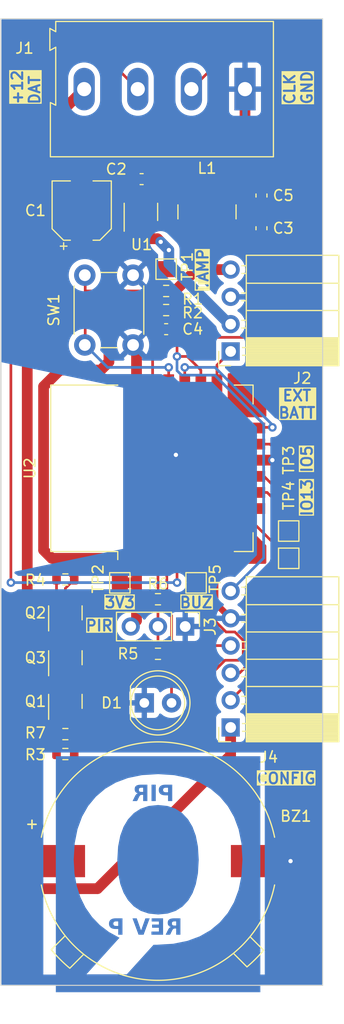
<source format=kicad_pcb>
(kicad_pcb (version 20221018) (generator pcbnew)
  (layers (0 "F.Cu" signal) (31 "B.Cu" signal) (34 "B.Paste" user) (35 "F.Paste" user) (36 "B.SilkS" user "B.Silkscreen") (37 "F.SilkS" user "F.Silkscreen") (38 "B.Mask" user) (39 "F.Mask" user) (44 "Edge.Cuts" user))
  (net 0 "")
  (net 1 "Net-(BZ1--)")
  (net 2 "GND")
  (net 3 "+12V")
  (net 4 "Net-(U1-SW)")
  (net 5 "Net-(U1-BST)")
  (net 6 "+3.3V")
  (net 7 "RST")
  (net 8 "Net-(D1-A)")
  (net 9 "TX")
  (net 10 "RX")
  (net 11 "GPIO0")
  (net 12 "PIR")
  (net 13 "I2C_C")
  (net 14 "I2C_D")
  (net 15 "VBATT")
  (net 16 "Net-(Q1-B)")
  (net 17 "Net-(Q1-C)")
  (net 18 "Net-(Q2-E)")
  (net 19 "BUZZ")
  (net 20 "TAMP")
  (net 21 "Net-(U2-GPIO5)")
  (net 22 "Net-(U2-GPIO16)")
  (net 23 "Net-(U2-GPIO13)")
  (footprint "Resistor_SMD:R_0603_1608Metric" (layer "F.Cu") (at 64.008 144.463)
    (fp_text reference "R7" (at -2.794 -1.969) (layer "F.SilkS"))
    (fp_text value "820")
    (pad "1" smd roundrect (at -0.825 0) (size 0.8 0.95) (layers "F.Cu" "F.Paste" "F.Mask") (net 18 "Net-(Q2-E)"))
    (pad "2" smd roundrect (at 0.825 0) (size 0.8 0.95) (layers "F.Cu" "F.Paste" "F.Mask") (net 1 "Net-(BZ1--)"))
  )
  (footprint "Capacitor_SMD:CP_Elec_5x5.3" (layer "F.Cu") (at 65.532 93.8585 90)
    (fp_text reference "C1" (at 0 -4.318 180) (layer "F.SilkS"))
    (fp_text value "10u 50V")
    (pad "1" smd roundrect (at -2.2 0 90) (size 3 1.6) (layers "F.Cu" "F.Paste" "F.Mask") (roundrect_rratio 0.15625) (net 3 "+12V"))
    (pad "2" smd roundrect (at 2.2 0 90) (size 3 1.6) (layers "F.Cu" "F.Paste" "F.Mask") (roundrect_rratio 0.15625) (net 2 "GND"))
  )
  (footprint "TestPoint:TestPoint_Pad_1.5x1.5mm" (layer "F.Cu") (at 84.836 123.698)
    (fp_text reference "TP3" (at 0 -6.604 90) (layer "F.SilkS"))
    (fp_text value "IO5")
    (pad "1" smd rect (at 0 0) (size 1.5 1.5) (layers "F.Cu" "F.Mask") (net 21 "Net-(U2-GPIO5)"))
  )
  (footprint "Resistor_SMD:R_0603_1608Metric" (layer "F.Cu") (at 73.406 101.346)
    (fp_text reference "R1" (at 2.477 0.762) (layer "F.SilkS"))
    (fp_text value "4k7")
    (pad "1" smd roundrect (at -0.825 0) (size 0.8 0.95) (layers "F.Cu" "F.Paste" "F.Mask") (net 20 "TAMP"))
    (pad "2" smd roundrect (at 0.825 0) (size 0.8 0.95) (layers "F.Cu" "F.Paste" "F.Mask") (net 6 "+3.3V"))
  )
  (footprint "Resistor_SMD:R_0603_1608Metric" (layer "F.Cu") (at 64.008 128.207 180)
    (fp_text reference "R4" (at 2.794 -0.063) (layer "F.SilkS"))
    (fp_text value "10k" hide)
    (pad "1" smd roundrect (at -0.825 0 180) (size 0.8 0.95) (layers "F.Cu" "F.Paste" "F.Mask") (net 3 "+12V"))
    (pad "2" smd roundrect (at 0.825 0 180) (size 0.8 0.95) (layers "F.Cu" "F.Paste" "F.Mask") (net 17 "Net-(Q1-C)"))
  )
  (footprint "Package_TO_SOT_SMD:SOT-23" (layer "F.Cu") (at 64.008 139.5585 90)
    (fp_text reference "Q1" (at 0 -2.794 180) (layer "F.SilkS"))
    (fp_text value "BC846")
    (pad "1" smd roundrect (at -0.9375 -0.95 90) (size 1.475 0.6) (layers "F.Cu" "F.Paste" "F.Mask") (net 16 "Net-(Q1-B)"))
    (pad "2" smd roundrect (at -0.9375 0.95 90) (size 1.475 0.6) (layers "F.Cu" "F.Paste" "F.Mask") (net 2 "GND"))
    (pad "3" smd roundrect (at 0.9375 0 90) (size 1.475 0.6) (layers "F.Cu" "F.Paste" "F.Mask") (net 17 "Net-(Q1-C)"))
  )
  (footprint "Capacitor_SMD:C_0603_1608Metric" (layer "F.Cu") (at 71.12 90.932)
    (fp_text reference "C2" (at -2.37 -0.932) (layer "F.SilkS"))
    (fp_text value "100n")
    (pad "1" smd roundrect (at -0.775 0) (size 0.9 0.95) (layers "F.Cu" "F.Paste" "F.Mask") (net 5 "Net-(U1-BST)"))
    (pad "2" smd roundrect (at 0.775 0) (size 0.9 0.95) (layers "F.Cu" "F.Paste" "F.Mask") (net 4 "Net-(U1-SW)"))
  )
  (footprint "Package_TO_SOT_SMD:SOT-23" (layer "F.Cu") (at 64.008 131.318 90)
    (fp_text reference "Q2" (at 0 -2.794 180) (layer "F.SilkS"))
    (fp_text value "BC846")
    (pad "1" smd roundrect (at -0.9375 -0.95 90) (size 1.475 0.6) (layers "F.Cu" "F.Paste" "F.Mask") (net 17 "Net-(Q1-C)"))
    (pad "2" smd roundrect (at -0.9375 0.95 90) (size 1.475 0.6) (layers "F.Cu" "F.Paste" "F.Mask") (net 18 "Net-(Q2-E)"))
    (pad "3" smd roundrect (at 0.9375 0 90) (size 1.475 0.6) (layers "F.Cu" "F.Paste" "F.Mask") (net 3 "+12V"))
  )
  (footprint "Resistor_SMD:R_0603_1608Metric" (layer "F.Cu") (at 72.644 135.128)
    (fp_text reference "R5" (at -2.794 0) (layer "F.SilkS"))
    (fp_text value "100R")
    (pad "1" smd roundrect (at -0.825 0) (size 0.8 0.95) (layers "F.Cu" "F.Paste" "F.Mask") (net 12 "PIR"))
    (pad "2" smd roundrect (at 0.825 0) (size 0.8 0.95) (layers "F.Cu" "F.Paste" "F.Mask") (net 8 "Net-(D1-A)"))
  )
  (footprint "Package_TO_SOT_SMD:TSOT-23-6" (layer "F.Cu") (at 71.054 93.98 90)
    (fp_text reference "U1" (at -3.048 0.066 180) (layer "F.SilkS"))
    (fp_text value "AP63203WU")
    (pad "1" smd roundrect (at -1.1375 -0.95 90) (size 1.325 0.6) (layers "F.Cu" "F.Paste" "F.Mask") (net 6 "+3.3V"))
    (pad "2" smd roundrect (at -1.1375 0 90) (size 1.325 0.6) (layers "F.Cu" "F.Paste" "F.Mask") (net 3 "+12V"))
    (pad "3" smd roundrect (at -1.1375 0.95 90) (size 1.325 0.6) (layers "F.Cu" "F.Paste" "F.Mask") (net 3 "+12V"))
    (pad "4" smd roundrect (at 1.1375 0.95 90) (size 1.325 0.6) (layers "F.Cu" "F.Paste" "F.Mask") (net 2 "GND"))
    (pad "5" smd roundrect (at 1.1375 0 90) (size 1.325 0.6) (layers "F.Cu" "F.Paste" "F.Mask") (net 4 "Net-(U1-SW)"))
    (pad "6" smd roundrect (at 1.1375 -0.95 90) (size 1.325 0.6) (layers "F.Cu" "F.Paste" "F.Mask") (net 5 "Net-(U1-BST)"))
  )
  (footprint "LPT2270AS buzzer:LPT2270AS" (layer "F.Cu") (at 72.644 154.432)
    (fp_text reference "BZ1" (at 12.856 -4.182) (layer "F.SilkS"))
    (fp_text value "Buzzer")
    (fp_text user "+" (at -11.75 -3.5) (layer "F.SilkS"))
    (pad "1" smd rect (at -9.3 0) (size 5 3) (layers "F.Cu" "F.Paste" "F.Mask") (net 1 "Net-(BZ1--)"))
    (pad "2" smd rect (at 9.3 0) (size 5 3) (layers "F.Cu" "F.Paste" "F.Mask") (net 2 "GND"))
  )
  (footprint "Resistor_SMD:R_0603_1608Metric" (layer "F.Cu") (at 73.406 103.124 180)
    (fp_text reference "R2" (at -2.477 -0.254) (layer "F.SilkS"))
    (fp_text value "10K")
    (pad "1" smd roundrect (at -0.825 0 180) (size 0.8 0.95) (layers "F.Cu" "F.Paste" "F.Mask") (net 7 "RST"))
    (pad "2" smd roundrect (at 0.825 0 180) (size 0.8 0.95) (layers "F.Cu" "F.Paste" "F.Mask") (net 6 "+3.3V"))
  )
  (footprint "Resistor_SMD:R_0603_1608Metric" (layer "F.Cu") (at 72.644 130.048)
    (fp_text reference "R6" (at 0 -1.43) (layer "F.SilkS"))
    (fp_text value "10k")
    (pad "1" smd roundrect (at -0.825 0) (size 0.8 0.95) (layers "F.Cu" "F.Paste" "F.Mask") (net 6 "+3.3V"))
    (pad "2" smd roundrect (at 0.825 0) (size 0.8 0.95) (layers "F.Cu" "F.Paste" "F.Mask") (net 11 "GPIO0"))
  )
  (footprint "TestPoint:TestPoint_Pad_1.5x1.5mm" (layer "F.Cu") (at 69.088 128.524)
    (fp_text reference "TP2" (at -2.032 -0.381 90) (layer "F.SilkS"))
    (fp_text value "3V3")
    (pad "1" smd rect (at 0 0) (size 1.5 1.5) (layers "F.Cu" "F.Mask") (net 6 "+3.3V"))
  )
  (footprint "Inductor_SMD:L_Ferrocore_DLG-0504" (layer "F.Cu") (at 77.216 93.98 -90)
    (fp_text reference "L1" (at -4.064 0 -180) (layer "F.SilkS"))
    (fp_text value "4u7")
    (pad "1" smd rect (at -1.925 0 270) (size 2.15 5.5) (layers "F.Cu" "F.Paste" "F.Mask") (net 4 "Net-(U1-SW)"))
    (pad "2" smd rect (at 1.925 0 270) (size 2.15 5.5) (layers "F.Cu" "F.Paste" "F.Mask") (net 6 "+3.3V"))
  )
  (footprint "TerminalBlock:TerminalBlock_Altech_AK300-4_P5.00mm" (layer "F.Cu") (at 80.76 82.55 180)
    (fp_text reference "J1" (at 20.562 3.81 180) (layer "F.SilkS"))
    (fp_text value "BUS")
    (pad "1" thru_hole rect (at 0 0 180) (size 1.98 3.96) (drill 1.32) (layers "*.Cu" "*.Mask") (net 2 "GND"))
    (pad "2" thru_hole oval (at 5 0 180) (size 1.98 3.96) (drill 1.32) (layers "*.Cu" "*.Mask") (net 13 "I2C_C"))
    (pad "3" thru_hole oval (at 10 0 180) (size 1.98 3.96) (drill 1.32) (layers "*.Cu" "*.Mask") (net 14 "I2C_D"))
    (pad "4" thru_hole oval (at 15 0 180) (size 1.98 3.96) (drill 1.32) (layers "*.Cu" "*.Mask") (net 3 "+12V"))
  )
  (footprint "LED_THT:LED_D5.0mm" (layer "F.Cu") (at 71.369 139.7)
    (fp_text reference "D1" (at -3.043 0 180) (layer "F.SilkS"))
    (fp_text value "LED - R")
    (pad "1" thru_hole rect (at 0 0) (size 1.8 1.8) (drill 0.9) (layers "*.Cu" "*.Mask") (net 2 "GND"))
    (pad "2" thru_hole circle (at 2.54 0) (size 1.8 1.8) (drill 0.9) (layers "*.Cu" "*.Mask") (net 8 "Net-(D1-A)"))
  )
  (footprint "Connector_PinSocket_2.54mm:PinSocket_1x06_P2.54mm_Horizontal" (layer "F.Cu") (at 79.42 141.986 180)
    (fp_text reference "J4" (at -3.556 -2.77) (layer "F.SilkS"))
    (fp_text value "FLASH/CONF")
    (pad "1" thru_hole rect (at 0 0 180) (size 1.7 1.7) (drill 1) (layers "*.Cu" "*.Mask") (net 3 "+12V"))
    (pad "2" thru_hole oval (at 0 2.54 180) (size 1.7 1.7) (drill 1) (layers "*.Cu" "*.Mask") (net 9 "TX"))
    (pad "3" thru_hole oval (at 0 5.08 180) (size 1.7 1.7) (drill 1) (layers "*.Cu" "*.Mask") (net 10 "RX"))
    (pad "4" thru_hole oval (at 0 7.62 180) (size 1.7 1.7) (drill 1) (layers "*.Cu" "*.Mask") (net 11 "GPIO0"))
    (pad "5" thru_hole oval (at 0 10.16 180) (size 1.7 1.7) (drill 1) (layers "*.Cu" "*.Mask") (net 2 "GND"))
    (pad "6" thru_hole oval (at 0 12.7 180) (size 1.7 1.7) (drill 1) (layers "*.Cu" "*.Mask") (net 7 "RST"))
  )
  (footprint "Resistor_SMD:R_0603_1608Metric" (layer "F.Cu") (at 64.008 142.6065 180)
    (fp_text reference "R3" (at 2.794 -1.9195) (layer "F.SilkS"))
    (fp_text value "10k")
    (pad "1" smd roundrect (at -0.825 0 180) (size 0.8 0.95) (layers "F.Cu" "F.Paste" "F.Mask") (net 19 "BUZZ"))
    (pad "2" smd roundrect (at 0.825 0 180) (size 0.8 0.95) (layers "F.Cu" "F.Paste" "F.Mask") (net 16 "Net-(Q1-B)"))
  )
  (footprint "Capacitor_SMD:C_0603_1608Metric" (layer "F.Cu") (at 82.296 95.504 -90)
    (fp_text reference "C3" (at 0 -2.032 -180) (layer "F.SilkS"))
    (fp_text value "22u")
    (pad "1" smd roundrect (at -0.775 0 270) (size 0.9 0.95) (layers "F.Cu" "F.Paste" "F.Mask") (net 6 "+3.3V"))
    (pad "2" smd roundrect (at 0.775 0 270) (size 0.9 0.95) (layers "F.Cu" "F.Paste" "F.Mask") (net 2 "GND"))
  )
  (footprint "Connector_PinHeader_2.54mm:PinHeader_1x03_P2.54mm_Vertical" (layer "F.Cu") (at 75.184 132.588 -90)
    (fp_text reference "J3" (at 0 -2.33 90) (layer "F.SilkS"))
    (fp_text value "PIR")
    (pad "1" thru_hole rect (at 0 0 270) (size 1.7 1.7) (drill 1) (layers "*.Cu" "*.Mask") (net 2 "GND"))
    (pad "2" thru_hole oval (at 0 2.54 270) (size 1.7 1.7) (drill 1) (layers "*.Cu" "*.Mask") (net 12 "PIR"))
    (pad "3" thru_hole oval (at 0 5.08 270) (size 1.7 1.7) (drill 1) (layers "*.Cu" "*.Mask") (net 6 "+3.3V"))
  )
  (footprint "Button_Switch_THT:SW_PUSH_6mm" (layer "F.Cu") (at 65.822 106.374 90)
    (fp_text reference "SW1" (at 3.25 -2.893 90) (layer "F.SilkS"))
    (fp_text value "tamper switch")
    (pad "1" thru_hole circle (at 0 0 180) (size 2 2) (drill 1.1) (layers "*.Cu" "*.Mask") (net 20 "TAMP"))
    (pad "1" thru_hole circle (at 6.5 0 180) (size 2 2) (drill 1.1) (layers "*.Cu" "*.Mask") (net 20 "TAMP"))
    (pad "2" thru_hole circle (at 0 4.5 180) (size 2 2) (drill 1.1) (layers "*.Cu" "*.Mask") (net 2 "GND"))
    (pad "2" thru_hole circle (at 6.5 4.5 180) (size 2 2) (drill 1.1) (layers "*.Cu" "*.Mask") (net 2 "GND"))
  )
  (footprint "Connector_PinSocket_2.54mm:PinSocket_1x04_P2.54mm_Horizontal" (layer "F.Cu") (at 79.42 106.974 180)
    (fp_text reference "J2" (at -6.686 -2.5 180) (layer "F.SilkS"))
    (fp_text value "BATT_EXT")
    (pad "1" thru_hole rect (at 0 0 180) (size 1.7 1.7) (drill 1) (layers "*.Cu" "*.Mask") (net 15 "VBATT"))
    (pad "2" thru_hole oval (at 0 2.54 180) (size 1.7 1.7) (drill 1) (layers "*.Cu" "*.Mask") (net 3 "+12V"))
    (pad "3" thru_hole oval (at 0 5.08 180) (size 1.7 1.7) (drill 1) (layers "*.Cu" "*.Mask") (net 2 "GND"))
    (pad "4" thru_hole oval (at 0 7.62 180) (size 1.7 1.7) (drill 1) (layers "*.Cu" "*.Mask") (net 6 "+3.3V"))
  )
  (footprint "Capacitor_SMD:C_0603_1608Metric" (layer "F.Cu") (at 82.296 92.456 90)
    (fp_text reference "C5" (at 0 2.032 180) (layer "F.SilkS"))
    (fp_text value "22u")
    (pad "1" smd roundrect (at -0.775 0 90) (size 0.9 0.95) (layers "F.Cu" "F.Paste" "F.Mask") (net 6 "+3.3V"))
    (pad "2" smd roundrect (at 0.775 0 90) (size 0.9 0.95) (layers "F.Cu" "F.Paste" "F.Mask") (net 2 "GND"))
  )
  (footprint "TestPoint:TestPoint_Pad_1.5x1.5mm" (layer "F.Cu") (at 76.2 128.524)
    (fp_text reference "TP5" (at 1.778 -0.381 90) (layer "F.SilkS"))
    (fp_text value "buzzer test")
    (pad "1" smd rect (at 0 0) (size 1.5 1.5) (layers "F.Cu" "F.Mask") (net 19 "BUZZ"))
  )
  (footprint "WT8266:WT8266-S1" (layer "F.Cu") (at 69.894 117.856 90)
    (fp_text reference "U2" (at 0 -9.188 90 unlocked) (layer "F.SilkS"))
    (fp_text value "WT8266-S1")
    (pad "1" smd rect locked (at -7.5 0.75 90) (size 2.5 1) (layers "F.Cu" "F.Paste" "F.Mask") (net 6 "+3.3V"))
    (pad "2" smd rect locked (at -7.5 2.25 90) (size 2.5 1) (layers "F.Cu" "F.Paste" "F.Mask") (net 12 "PIR"))
    (pad "3" smd rect locked (at -7.5 3.75 90) (size 2.5 1) (layers "F.Cu" "F.Paste" "F.Mask") (net 11 "GPIO0"))
    (pad "4" smd rect locked (at -7.5 5.25 90) (size 2.5 1) (layers "F.Cu" "F.Paste" "F.Mask") (net 14 "I2C_D"))
    (pad "5" smd rect locked (at -7.5 6.75 90) (size 2.5 1) (layers "F.Cu" "F.Paste" "F.Mask") (net 19 "BUZZ"))
    (pad "6" smd rect locked (at -7.5 8.25 90) (size 2.5 1) (layers "F.Cu" "F.Paste" "F.Mask") (net 2 "GND"))
    (pad "7" smd rect locked (at -3.75 11.5 90) (size 1 2.5) (layers "F.Cu" "F.Paste" "F.Mask") (net 23 "Net-(U2-GPIO13)"))
    (pad "8" smd rect locked (at -2.25 11.5 90) (size 1 2.5) (layers "F.Cu" "F.Paste" "F.Mask") (net 21 "Net-(U2-GPIO5)"))
    (pad "9" smd rect locked (at -0.75 11.5 90) (size 1 2.5) (layers "F.Cu" "F.Paste" "F.Mask") (net 10 "RX"))
    (pad "10" smd rect locked (at 0.75 11.5 90) (size 1 2.5) (layers "F.Cu" "F.Paste" "F.Mask") (net 2 "GND"))
    (pad "11" smd rect locked (at 2.25 11.5 90) (size 1 2.5) (layers "F.Cu" "F.Paste" "F.Mask") (net 9 "TX"))
    (pad "12" smd rect locked (at 3.75 11.5 90) (size 1 2.5) (layers "F.Cu" "F.Paste" "F.Mask") (net 22 "Net-(U2-GPIO16)"))
    (pad "13" smd rect locked (at 7.5 8.25 90) (size 2.5 1) (layers "F.Cu" "F.Paste" "F.Mask") (net 15 "VBATT"))
    (pad "14" smd rect locked (at 7.5 6.75 90) (size 2.5 1) (layers "F.Cu" "F.Paste" "F.Mask") (net 7 "RST"))
    (pad "15" smd rect locked (at 7.5 5.25 90) (size 2.5 1) (layers "F.Cu" "F.Paste" "F.Mask") (net 22 "Net-(U2-GPIO16)"))
    (pad "16" smd rect locked (at 7.5 3.75 90) (size 2.5 1) (layers "F.Cu" "F.Paste" "F.Mask") (net 20 "TAMP"))
    (pad "17" smd rect locked (at 7.5 2.25 90) (size 2.5 1) (layers "F.Cu" "F.Paste" "F.Mask") (net 13 "I2C_C"))
    (pad "18" smd rect locked (at 7.5 0.75 90) (size 2.5 1) (layers "F.Cu" "F.Paste" "F.Mask") (net 2 "GND"))
    (pad "19" smd rect locked (at 1.25 4.42 90) (size 3.5 3.5) (layers "F.Cu" "F.Paste" "F.Mask") (net 2 "GND"))
    (zone (net 0) (net_name "") (layers "*.Cu") (connect_pads (clearance 0)) (min_thickness 0.254)
      (keepout (tracks not_allowed) (vias not_allowed) (pads not_allowed) (copperpour not_allowed) (footprints not_allowed))
      (fill (thermal_gap 0.508) (thermal_bridge_width 0.508))
      (polygon (pts (xy 69.394 125.356) (xy 69.394 110.356) (xy 62.794 110.356) (xy 62.794 125.356)))
    )
  )
  (footprint "Package_TO_SOT_SMD:SOT-23" (layer "F.Cu") (at 64.008 135.4945 90)
    (fp_text reference "Q3" (at 0 -2.794 180) (layer "F.SilkS"))
    (fp_text value "BC857")
    (pad "1" smd roundrect (at -0.9375 -0.95 90) (size 1.475 0.6) (layers "F.Cu" "F.Paste" "F.Mask") (net 17 "Net-(Q1-C)"))
    (pad "2" smd roundrect (at -0.9375 0.95 90) (size 1.475 0.6) (layers "F.Cu" "F.Paste" "F.Mask") (net 18 "Net-(Q2-E)"))
    (pad "3" smd roundrect (at 0.9375 0 90) (size 1.475 0.6) (layers "F.Cu" "F.Paste" "F.Mask") (net 2 "GND"))
  )
  (footprint "TestPoint:TestPoint_Pad_1.5x1.5mm" (layer "F.Cu") (at 73.406 99.314)
    (fp_text reference "TP1" (at 1.969 -0.254 90) (layer "F.SilkS"))
    (fp_text value "tamper test")
    (pad "1" smd rect (at 0 0) (size 1.5 1.5) (layers "F.Cu" "F.Mask") (net 20 "TAMP"))
  )
  (footprint "TestPoint:TestPoint_Pad_1.5x1.5mm" (layer "F.Cu") (at 84.836 126.238)
    (fp_text reference "TP4" (at 0 -5.842 90) (layer "F.SilkS"))
    (fp_text value "IO12")
    (pad "1" smd rect (at 0 0) (size 1.5 1.5) (layers "F.Cu" "F.Mask") (net 23 "Net-(U2-GPIO13)"))
  )
  (footprint "Capacitor_SMD:C_0603_1608Metric" (layer "F.Cu") (at 73.406 104.902 180)
    (fp_text reference "C4" (at -2.477 0) (layer "F.SilkS"))
    (fp_text value "100n")
    (pad "1" smd roundrect (at -0.775 0 180) (size 0.9 0.95) (layers "F.Cu" "F.Paste" "F.Mask") (net 7 "RST"))
    (pad "2" smd roundrect (at 0.775 0 180) (size 0.9 0.95) (layers "F.Cu" "F.Paste" "F.Mask") (net 2 "GND"))
  )
  (gr_rect (start 58 76) (end 88 166) (stroke (width 0.1)) (fill none) (layer "Edge.Cuts"))
  (gr_text "REV P" (at 74.93 161.544) (layer "B.Cu") (effects (font (size 1.5 1.5) (thickness 0.3) bold) (justify left bottom mirror)))
  (gr_text "PIR" (at 74.168 149.098) (layer "B.Cu") (effects (font (size 1.5 1.5) (thickness 0.3) bold) (justify left bottom mirror)))
  (gr_text "Q" (at 72.644 155.702) (layer "B.Cu" knockout) (effects (font (size 15 15) (thickness 2) bold) (justify mirror)))
  (gr_text "IO13" (at 87.122 122.428 90) (layer "F.SilkS" knockout) (effects (font (size 1 1) (thickness 0.2) bold) (justify left bottom)))
  (gr_text "PIR" (at 65.786 133.096) (layer "F.SilkS" knockout) (effects (font (size 1 1) (thickness 0.2) bold) (justify left bottom)))
  (gr_text "TAMP" (at 77.407 101.346 90) (layer "F.SilkS" knockout) (effects (font (size 1 1) (thickness 0.2) bold) (justify left bottom)))
  (gr_text "IO5" (at 87.122 118.364 90) (layer "F.SilkS" knockout) (effects (font (size 1 1) (thickness 0.2) bold) (justify left bottom)))
  (gr_text "CONFIG" (at 81.75 147.32) (layer "F.SilkS" knockout) (effects (font (size 1 1) (thickness 0.2) bold) (justify left bottom)))
  (gr_text "EXT\nBATT" (at 85.598 113.284) (layer "F.SilkS" knockout) (effects (font (size 1 1) (thickness 0.2) bold) (justify bottom)))
  (gr_text "3V3" (at 69.088 130.937) (layer "F.SilkS" knockout) (effects (font (size 1 1) (thickness 0.2) bold) (justify bottom)))
  (gr_text "BUZ" (at 76.2 130.937) (layer "F.SilkS" knockout) (effects (font (size 1 1) (thickness 0.2) bold) (justify bottom)))
  (gr_text "CLK\nGND" (at 87.122 84.074 90) (layer "F.SilkS" knockout) (effects (font (size 1 1) (thickness 0.2) bold) (justify left bottom)))
  (gr_text "+12\nDAT" (at 61.722 84.074 90) (layer "F.SilkS" knockout) (effects (font (size 1 1) (thickness 0.2) bold) (justify left bottom)))
  (segment (start 63.344 145.952) (end 63.344 154.94) (width 0.25) (layer "F.Cu") (net 1))
  (segment (start 64.833 144.463) (end 63.344 145.952) (width 0.25) (layer "F.Cu") (net 1))
  (segment (start 77.978 130.384) (end 79.42 131.826) (width 0.6) (layer "F.Cu") (net 2))
  (segment (start 83.812148 92.964) (end 82.529148 91.681) (width 1) (layer "F.Cu") (net 2))
  (segment (start 83.82 92.964) (end 83.812148 92.964) (width 1) (layer "F.Cu") (net 2))
  (segment (start 64.958 138.126393) (end 64.008 137.176393) (width 0.25) (layer "F.Cu") (net 2))
  (segment (start 64.740249 131.064) (end 64.008 131.796249) (width 0.25) (layer "F.Cu") (net 2))
  (segment (start 66.04 136.652) (end 69.088 139.7) (width 0.25) (layer "F.Cu") (net 2))
  (segment (start 73.0305 92.8425) (end 72.054 92.8425) (width 1) (layer "F.Cu") (net 2))
  (segment (start 66.04 131.892893) (end 66.04 136.652) (width 0.25) (layer "F.Cu") (net 2))
  (segment (start 67.564 88.392) (end 65.532 90.424) (width 1) (layer "F.Cu") (net 2))
  (segment (start 78.144 128.104) (end 78.144 125.356) (width 0.6) (layer "F.Cu") (net 2))
  (segment (start 69.088 139.7) (end 71.369 139.7) (width 0.25) (layer "F.Cu") (net 2))
  (segment (start 65.532 90.424) (end 65.532 91.6585) (width 1) (layer "F.Cu") (net 2))
  (segment (start 82.062852 91.681) (end 80.956 92.787852) (width 1) (layer "F.Cu") (net 2))
  (segment (start 82.296 91.681) (end 82.062852 91.681) (width 1) (layer "F.Cu") (net 2))
  (segment (start 70.322 106.374) (end 70.644 106.696) (width 1) (layer "F.Cu") (net 2))
  (segment (start 72.631 104.902) (end 71.794 104.902) (width 0.25) (layer "F.Cu") (net 2))
  (segment (start 70.644 106.696) (end 70.644 110.356) (width 1) (layer "F.Cu") (net 2))
  (segment (start 65.211107 131.064) (end 66.04 131.892893) (width 0.25) (layer "F.Cu") (net 2))
  (segment (start 64.008 137.176393) (end 64.008 134.557) (width 0.25) (layer "F.Cu") (net 2))
  (segment (start 80.76 88.38) (end 82.296 89.916) (width 1) (layer "F.Cu") (net 2))
  (segment (start 80.76 82.55) (end 80.76 88.38) (width 1) (layer "F.Cu") (net 2))
  (segment (start 80.496 94) (end 74.188 94) (width 1) (layer "F.Cu") (net 2))
  (segment (start 71.794 104.902) (end 70.322 106.374) (width 0.25) (layer "F.Cu") (net 2))
  (segment (start 80.956 93.54) (end 80.496 94) (width 1) (layer "F.Cu") (net 2))
  (segment (start 80.76 88.38) (end 80.748 88.392) (width 1) (layer "F.Cu") (net 2))
  (segment (start 85.0065 154.432) (end 81.944 154.432) (width 0.25) (layer "F.Cu") (net 2))
  (segment (start 78.232 125.444) (end 78.144 125.356) (width 0.25) (layer "F.Cu") (net 2))
  (segment (start 82.296 96.279) (end 82.529148 96.279) (width 1) (layer "F.Cu") (net 2))
  (segment (start 77.978 128.27) (end 78.144 128.104) (width 0.6) (layer "F.Cu") (net 2))
  (segment (start 64.740249 131.064) (end 65.211107 131.064) (width 0.25) (layer "F.Cu") (net 2))
  (segment (start 77.978 128.27) (end 77.978 130.384) (width 0.6) (layer "F.Cu") (net 2))
  (segment (start 83.312 117.094) (end 81.406 117.094) (width 1) (layer "F.Cu") (net 2))
  (segment (start 82.296 89.916) (end 82.296 91.681) (width 1) (layer "F.Cu") (net 2))
  (segment (start 64.008 131.796249) (end 64.008 134.557) (width 0.25) (layer "F.Cu") (net 2))
  (segment (start 82.529148 96.279) (end 83.82 94.988148) (width 1) (layer "F.Cu") (net 2))
  (segment (start 80.956 92.787852) (end 80.956 93.54) (width 1) (layer "F.Cu") (net 2))
  (segment (start 80.748 88.392) (end 67.564 88.392) (width 1) (layer "F.Cu") (net 2))
  (segment (start 82.529148 91.681) (end 82.296 91.681) (width 1) (layer "F.Cu") (net 2))
  (segment (start 74.188 94) (end 73.0305 92.8425) (width 1) (layer "F.Cu") (net 2))
  (segment (start 83.82 94.988148) (end 83.82 92.964) (width 1) (layer "F.Cu") (net 2))
  (segment (start 64.958 140.496) (end 64.958 138.126393) (width 0.25) (layer "F.Cu") (net 2))
  (via (at 83.312 117.094) (size 0.8) (drill 0.4) (layers "F.Cu" "B.Cu") (net 2))
  (via (at 74.314 116.606) (size 0.8) (drill 0.4) (layers "F.Cu" "B.Cu") (net 2))
  (via (at 85.0065 154.432) (size 0.8) (drill 0.4) (layers "F.Cu" "B.Cu") (net 2))
  (segment (start 72.136 96.48) (end 71.12 96.48) (width 1) (layer "F.Cu") (net 3))
  (segment (start 65.76 82.55) (end 60.452 87.858) (width 1) (layer "F.Cu") (net 3))
  (segment (start 64.833 128.207) (end 64.008 127.382) (width 0.25) (layer "F.Cu") (net 3))
  (segment (start 65.4855 96.012) (end 60.452 96.012) (width 1) (layer "F.Cu") (net 3))
  (segment (start 64.008 127.382) (end 60.834 127.382) (width 0.25) (layer "F.Cu") (net 3))
  (segment (start 79.42 141.986) (end 79.42 144.58) (width 1) (layer "F.Cu") (net 3))
  (segment (start 72.604 96.48) (end 73.66 97.536) (width 1) (layer "F.Cu") (net 3))
  (segment (start 60.452 127) (end 60.452 92.964) (width 1) (layer "F.Cu") (net 3))
  (segment (start 67 157) (end 60 157) (width 1) (layer "F.Cu") (net 3))
  (segment (start 65.9535 96.48) (end 65.5785 96.105) (width 1) (layer "F.Cu") (net 3))
  (segment (start 60 157) (end 59.436 156.436) (width 1) (layer "F.Cu") (net 3))
  (segment (start 59.436 156.436) (end 59.436 132.334) (width 1) (layer "F.Cu") (net 3))
  (segment (start 59.436 132.334) (end 60.452 131.318) (width 1) (layer "F.Cu") (net 3))
  (segment (start 72.136 96.48) (end 72.004 96.348) (width 0.3) (layer "F.Cu") (net 3))
  (segment (start 71.12 96.48) (end 65.9535 96.48) (width 1) (layer "F.Cu") (net 3))
  (segment (start 79.42 144.58) (end 67 157) (width 1) (layer "F.Cu") (net 3))
  (segment (start 64.008 129.032) (end 64.833 128.207) (width 0.25) (layer "F.Cu") (net 3))
  (segment (start 60.452 131.318) (end 60.452 127) (width 1) (layer "F.Cu") (net 3))
  (segment (start 71.12 96.48) (end 71.054 96.414) (width 0.3) (layer "F.Cu") (net 3))
  (segment (start 71.054 96.414) (end 71.054 95.1175) (width 0.6) (layer "F.Cu") (net 3))
  (segment (start 71.054 95.1175) (end 72.004 95.1175) (width 0.6) (layer "F.Cu") (net 3))
  (segment (start 72.004 96.348) (end 72.004 95.1175) (width 0.6) (layer "F.Cu") (net 3))
  (segment (start 64.008 130.3805) (end 64.008 129.032) (width 0.25) (layer "F.Cu") (net 3))
  (segment (start 60.452 87.858) (end 60.452 96.012) (width 1) (layer "F.Cu") (net 3))
  (segment (start 60.834 127.382) (end 60.452 127) (width 0.3) (layer "F.Cu") (net 3))
  (segment (start 72.136 96.48) (end 72.604 96.48) (width 1) (layer "F.Cu") (net 3))
  (via (at 72.898 96.774) (size 0.8) (drill 0.4) (layers "F.Cu" "B.Cu") (net 3))
  (via (at 73.66 97.536) (size 0.8) (drill 0.4) (layers "F.Cu" "B.Cu") (net 3))
  (segment (start 79.288 104.434) (end 79.42 104.434) (width 1) (layer "B.Cu") (net 3))
  (segment (start 73.66 97.536) (end 73.66 98.806) (width 1) (layer "B.Cu") (net 3))
  (segment (start 73.66 97.536) (end 72.898 96.774) (width 1) (layer "B.Cu") (net 3))
  (segment (start 73.66 98.806) (end 79.288 104.434) (width 1) (layer "B.Cu") (net 3))
  (segment (start 74.275 92.055) (end 73.152 90.932) (width 1) (layer "F.Cu") (net 4))
  (segment (start 71.054 91.773) (end 71.054 92.721) (width 0.6) (layer "F.Cu") (net 4))
  (segment (start 77.216 92.055) (end 74.275 92.055) (width 1) (layer "F.Cu") (net 4))
  (segment (start 73.152 90.932) (end 71.895 90.932) (width 1) (layer "F.Cu") (net 4))
  (segment (start 71.895 90.932) (end 71.054 91.773) (width 0.6) (layer "F.Cu") (net 4))
  (segment (start 70.104 91.173) (end 70.345 90.932) (width 0.3) (layer "F.Cu") (net 5))
  (segment (start 70.104 92.8425) (end 70.104 91.173) (width 0.3) (layer "F.Cu") (net 5))
  (segment (start 70.104 94.556472) (end 70.655472 94.005) (width 0.5) (layer "F.Cu") (net 6))
  (segment (start 72.555999 103.124) (end 69.342 103.124) (width 1) (layer "F.Cu") (net 6))
  (segment (start 77.216 99.354) (end 79.42 99.354) (width 1) (layer "F.Cu") (net 6))
  (segment (start 70.644 125.356) (end 70.644 129.032) (width 1) (layer "F.Cu") (net 6))
  (segment (start 70.644 130) (end 70.644 132.048) (width 1) (layer "F.Cu") (net 6))
  (segment (start 69.088 128.524) (end 70.644 128.524) (width 1) (layer "F.Cu") (net 6))
  (segment (start 71.771 130) (end 70.644 130) (width 0.3) (layer "F.Cu") (net 6))
  (segment (start 63.5 108.712) (end 61.976 110.236) (width 1) (layer "F.Cu") (net 6))
  (segment (start 82.296 94.729) (end 82.296 93.231) (width 1) (layer "F.Cu") (net 6))
  (segment (start 76.223 99.354) (end 77.216 99.354) (width 1) (layer "F.Cu") (net 6))
  (segment (start 69.342 103.124) (end 68.072 104.394) (width 1) (layer "F.Cu") (net 6))
  (segment (start 80.288056 95.905) (end 77.216 95.905) (width 1) (layer "F.Cu") (net 6))
  (segment (start 61.976 110.236) (end 61.976 125.476) (width 1) (layer "F.Cu") (net 6))
  (segment (start 72.530104 94.005) (end 74.430104 95.905) (width 0.5) (layer "F.Cu") (net 6))
  (segment (start 74.231 101.346) (end 76.223 99.354) (width 1) (layer "F.Cu") (net 6))
  (segment (start 73.914 101.346) (end 72.581 102.679) (width 0.4) (layer "F.Cu") (net 6))
  (segment (start 70.644 129.032) (end 70.644 130) (width 1) (layer "F.Cu") (net 6))
  (segment (start 68.072 104.394) (end 68.072 107.95) (width 1) (layer "F.Cu") (net 6))
  (segment (start 77.216 95.905) (end 77.216 99.354) (width 1) (layer "F.Cu") (net 6))
  (segment (start 81.464056 94.729) (end 80.288056 95.905) (width 1) (layer "F.Cu") (net 6))
  (segment (start 74.430104 95.905) (end 77.216 95.905) (width 0.5) (layer "F.Cu") (net 6))
  (segment (start 82.296 94.729) (end 81.464056 94.729) (width 1) (layer "F.Cu") (net 6))
  (segment (start 68.072 107.95) (end 67.31 108.712) (width 1) (layer "F.Cu") (net 6))
  (segment (start 70.644 132.048) (end 70.104 132.588) (width 1) (layer "F.Cu") (net 6))
  (segment (start 62.738 126.238) (end 70.136 126.238) (width 1) (layer "F.Cu") (net 6))
  (segment (start 72.581 102.679) (end 72.581 103.068077) (width 0.4) (layer "F.Cu") (net 6))
  (segment (start 70.104 95.1175) (end 70.104 94.556472) (width 0.5) (layer "F.Cu") (net 6))
  (segment (start 61.976 125.476) (end 62.738 126.238) (width 1) (layer "F.Cu") (net 6))
  (segment (start 70.655472 94.005) (end 72.530104 94.005) (width 0.5) (layer "F.Cu") (net 6))
  (segment (start 71.819 130.048) (end 71.771 130) (width 0.3) (layer "F.Cu") (net 6))
  (segment (start 63.5 108.712) (end 67.31 108.712) (width 1) (layer "F.Cu") (net 6))
  (segment (start 74.231 103.378) (end 74.231 104.852) (width 0.25) (layer "F.Cu") (net 7))
  (segment (start 74.419 107.442) (end 75.374 107.442) (width 0.25) (layer "F.Cu") (net 7))
  (segment (start 75.374 107.442) (end 76.644 108.712) (width 0.25) (layer "F.Cu") (net 7))
  (segment (start 74.422 107.439) (end 74.422 105.143) (width 0.25) (layer "F.Cu") (net 7))
  (segment (start 74.419 107.442) (end 74.422 107.439) (width 0.25) (layer "F.Cu") (net 7))
  (segment (start 76.644 108.712) (end 76.644 110.356) (width 0.25) (layer "F.Cu") (net 7))
  (segment (start 74.422 105.143) (end 74.181 104.902) (width 0.25) (layer "F.Cu") (net 7))
  (via (at 74.419 107.442) (size 0.8) (drill 0.4) (layers "F.Cu" "B.Cu") (net 7))
  (segment (start 77.933 109.183) (end 82.5 113.75) (width 0.25) (layer "B.Cu") (net 7))
  (segment (start 82.5 126.206) (end 79.42 129.286) (width 0.25) (layer "B.Cu") (net 7))
  (segment (start 74.419 108.758305) (end 74.843695 109.183) (width 0.25) (layer "B.Cu") (net 7))
  (segment (start 82.5 113.75) (end 82.5 126.206) (width 0.25) (layer "B.Cu") (net 7))
  (segment (start 74.843695 109.183) (end 77.933 109.183) (width 0.25) (layer "B.Cu") (net 7))
  (segment (start 74.419 107.442) (end 74.419 108.758305) (width 0.25) (layer "B.Cu") (net 7))
  (segment (start 73.909 139.7) (end 73.909 135.568) (width 0.25) (layer "F.Cu") (net 8))
  (segment (start 73.909 135.568) (end 73.469 135.128) (width 0.25) (layer "F.Cu") (net 8))
  (segment (start 79.42 139.446) (end 87.376 131.49) (width 0.25) (layer "F.Cu") (net 9))
  (segment (start 81.394 115.606) (end 83.094 115.606) (width 0.25) (layer "F.Cu") (net 9))
  (segment (start 87.376 131.49) (end 87.376 131.064) (width 0.25) (layer "F.Cu") (net 9))
  (segment (start 83.094 115.606) (end 87.376 119.888) (width 0.25) (layer "F.Cu") (net 9))
  (segment (start 87.376 119.888) (end 87.376 131.064) (width 0.25) (layer "F.Cu") (net 9))
  (segment (start 79.42 136.906) (end 80.264 136.906) (width 0.25) (layer "F.Cu") (net 10))
  (segment (start 80.264 136.906) (end 86.614 130.556) (width 0.25) (layer "F.Cu") (net 10))
  (segment (start 82.538 118.606) (end 81.394 118.606) (width 0.25) (layer "F.Cu") (net 10))
  (segment (start 86.614 130.556) (end 86.614 122.682) (width 0.25) (layer "F.Cu") (net 10))
  (segment (start 86.614 122.682) (end 82.538 118.606) (width 0.25) (layer "F.Cu") (net 10))
  (segment (start 73.914 133.858) (end 73.914 131.572) (width 0.25) (layer "F.Cu") (net 11))
  (segment (start 79.42 134.366) (end 74.422 134.366) (width 0.25) (layer "F.Cu") (net 11))
  (segment (start 73.469 125.531) (end 73.644 125.356) (width 0.25) (layer "F.Cu") (net 11))
  (segment (start 74.422 134.366) (end 73.914 133.858) (width 0.25) (layer "F.Cu") (net 11))
  (segment (start 73.469 130) (end 73.469 125.531) (width 0.25) (layer "F.Cu") (net 11))
  (segment (start 73.914 131.572) (end 73.469 131.127) (width 0.25) (layer "F.Cu") (net 11))
  (segment (start 73.469 131.127) (end 73.469 130) (width 0.25) (layer "F.Cu") (net 11))
  (segment (start 71.882 135.128) (end 72.644 134.366) (width 0.25) (layer "F.Cu") (net 12))
  (segment (start 72.644 127.644) (end 72.644 132.588) (width 0.25) (layer "F.Cu") (net 12))
  (segment (start 72.144 125.356) (end 72.144 127.144) (width 0.25) (layer "F.Cu") (net 12))
  (segment (start 72.144 127.144) (end 72.644 127.644) (width 0.25) (layer "F.Cu") (net 12))
  (segment (start 72.644 134.366) (end 72.644 132.588) (width 0.25) (layer "F.Cu") (net 12))
  (segment (start 84.836 82.55) (end 81.744 79.458) (width 0.25) (layer "F.Cu") (net 13))
  (segment (start 72.144 110.356) (end 72.144 106.641817) (width 0.25) (layer "F.Cu") (net 13))
  (segment (start 73.813538 102.324) (end 74.648462 102.324) (width 0.25) (layer "F.Cu") (net 13))
  (segment (start 74.648462 102.324) (end 77.988462 105.664) (width 0.25) (layer "F.Cu") (net 13))
  (segment (start 78.852 79.458) (end 75.76 82.55) (width 0.25) (layer "F.Cu") (net 13))
  (segment (start 84.836 93.472) (end 84.836 82.55) (width 0.25) (layer "F.Cu") (net 13))
  (segment (start 83.369 105.099) (end 86.36 102.108) (width 0.25) (layer "F.Cu") (net 13))
  (segment (start 73.406 102.731538) (end 73.813538 102.324) (width 0.25) (layer "F.Cu") (net 13))
  (segment (start 86.36 102.108) (end 86.36 94.996) (width 0.25) (layer "F.Cu") (net 13))
  (segment (start 77.988462 105.664) (end 82.804 105.664) (width 0.25) (layer "F.Cu") (net 13))
  (segment (start 72.144 106.641817) (end 73.406 105.379817) (width 0.25) (layer "F.Cu") (net 13))
  (segment (start 73.406 105.379817) (end 73.406 102.731538) (width 0.25) (layer "F.Cu") (net 13))
  (segment (start 82.804 105.664) (end 83.369 105.099) (width 0.25) (layer "F.Cu") (net 13))
  (segment (start 78.852 79.458) (end 81.744 79.458) (width 0.25) (layer "F.Cu") (net 13))
  (segment (start 86.36 94.996) (end 84.836 93.472) (width 0.25) (layer "F.Cu") (net 13))
  (segment (start 74.422 128.5) (end 74.422 127.508) (width 0.25) (layer "F.Cu") (net 14))
  (segment (start 75.144 126.786) (end 75.144 125.356) (width 0.25) (layer "F.Cu") (net 14))
  (segment (start 67.668 79.458) (end 70.76 82.55) (width 0.25) (layer "F.Cu") (net 14))
  (segment (start 58.928 128.5) (end 58.928 85.378954) (width 0.25) (layer "F.Cu") (net 14))
  (segment (start 74.422 127.508) (end 75.144 126.786) (width 0.25) (layer "F.Cu") (net 14))
  (segment (start 64.848954 79.458) (end 67.668 79.458) (width 0.25) (layer "F.Cu") (net 14))
  (segment (start 58.928 85.378954) (end 64.848954 79.458) (width 0.25) (layer "F.Cu") (net 14))
  (via (at 58.928 128.5) (size 0.8) (drill 0.4) (layers "F.Cu" "B.Cu") (net 14))
  (via (at 74.422 128.5) (size 0.8) (drill 0.4) (layers "F.Cu" "B.Cu") (net 14))
  (segment (start 58.928 128.5) (end 74.422 128.5) (width 0.25) (layer "B.Cu") (net 14))
  (segment (start 78.144 108.25) (end 79.42 106.974) (width 0.25) (layer "F.Cu") (net 15))
  (segment (start 78.144 110.356) (end 78.144 108.25) (width 0.25) (layer "F.Cu") (net 15))
  (segment (start 63.183 142.6065) (end 63.183 140.621) (width 0.25) (layer "F.Cu") (net 16))
  (segment (start 63.058 137.671) (end 63.058 136.432) (width 0.25) (layer "F.Cu") (net 17))
  (segment (start 63.183 128.207) (end 63.183 132.1305) (width 0.25) (layer "F.Cu") (net 17))
  (segment (start 63.058 136.432) (end 63.058 132.2555) (width 0.25) (layer "F.Cu") (net 17))
  (segment (start 64.008 138.621) (end 63.058 137.671) (width 0.25) (layer "F.Cu") (net 17))
  (segment (start 64.4035 141.7815) (end 63.933 142.252) (width 0.25) (layer "F.Cu") (net 18))
  (segment (start 63.933 142.252) (end 63.933 143.713) (width 0.25) (layer "F.Cu") (net 18))
  (segment (start 63.933 143.713) (end 63.183 144.463) (width 0.25) (layer "F.Cu") (net 18))
  (segment (start 65.608 141.339) (end 65.1655 141.7815) (width 0.25) (layer "F.Cu") (net 18))
  (segment (start 64.958 136.432) (end 65.608 137.082) (width 0.25) (layer "F.Cu") (net 18))
  (segment (start 65.1655 141.7815) (end 64.4035 141.7815) (width 0.25) (layer "F.Cu") (net 18))
  (segment (start 65.608 137.082) (end 65.608 141.339) (width 0.25) (layer "F.Cu") (net 18))
  (segment (start 64.958 136.432) (end 64.958 132.2555) (width 0.25) (layer "F.Cu") (net 18))
  (segment (start 80.595 135.305001) (end 80.169001 135.731) (width 0.25) (layer "F.Cu") (net 19))
  (segment (start 76.2 127.254) (end 76.2 128.524) (width 0.25) (layer "F.Cu") (net 19))
  (segment (start 74.3095 142.6065) (end 64.833 142.6065) (width 0.25) (layer "F.Cu") (net 19))
  (segment (start 78.899 135.731) (end 77.851 136.779) (width 0.25) (layer "F.Cu") (net 19))
  (segment (start 79.811701 133.096) (end 80.595 133.879299) (width 0.25) (layer "F.Cu") (net 19))
  (segment (start 76.2 130.302) (end 76.2 128.524) (width 0.25) (layer "F.Cu") (net 19))
  (segment (start 78.994 133.096) (end 76.2 130.302) (width 0.25) (layer "F.Cu") (net 19))
  (segment (start 78.994 133.096) (end 79.811701 133.096) (width 0.25) (layer "F.Cu") (net 19))
  (segment (start 80.169001 135.731) (end 78.899 135.731) (width 0.25) (layer "F.Cu") (net 19))
  (segment (start 80.595 133.879299) (end 80.595 135.305001) (width 0.25) (layer "F.Cu") (net 19))
  (segment (start 76.644 125.356) (end 76.644 126.81) (width 0.25) (layer "F.Cu") (net 19))
  (segment (start 76.644 126.81) (end 76.2 127.254) (width 0.25) (layer "F.Cu") (net 19))
  (segment (start 77.851 139.065) (end 74.3095 142.6065) (width 0.25) (layer "F.Cu") (net 19))
  (segment (start 77.851 136.779) (end 77.851 139.065) (width 0.25) (layer "F.Cu") (net 19))
  (segment (start 73.644 108.458) (end 73.644 110.356) (width 0.25) (layer "F.Cu") (net 20))
  (segment (start 72.581 101.346) (end 73.406 100.521) (width 0.25) (layer "F.Cu") (net 20))
  (segment (start 65.858 106.374) (end 65.858 99.874) (width 0.25) (layer "F.Cu") (net 20))
  (segment (start 73.406 100.521) (end 73.406 99.568) (width 0.25) (layer "F.Cu") (net 20))
  (segment (start 65.858 101.346) (end 72.581 101.346) (width 0.25) (layer "F.Cu") (net 20))
  (via (at 73.644 108.458) (size 0.8) (drill 0.4) (layers "F.Cu" "B.Cu") (net 20))
  (segment (start 73.644 108.458) (end 67.942 108.458) (width 0.25) (layer "B.Cu") (net 20))
  (segment (start 67.942 108.458) (end 65.858 106.374) (width 0.25) (layer "B.Cu") (net 20))
  (segment (start 81.394 120.106) (end 82.826 120.106) (width 0.25) (layer "F.Cu") (net 21))
  (segment (start 82.826 120.106) (end 84.836 122.116) (width 0.25) (layer "F.Cu") (net 21))
  (segment (start 84.836 122.116) (end 84.836 123.698) (width 0.25) (layer "F.Cu") (net 21))
  (segment (start 83.312 114.046) (end 81.454 114.046) (width 0.25) (layer "F.Cu") (net 22))
  (segment (start 75.144 108.458) (end 75.144 110.356) (width 0.25) (layer "F.Cu") (net 22))
  (via (at 75.144 108.458) (size 0.8) (drill 0.4) (layers "F.Cu" "B.Cu") (net 22))
  (via (at 83.312 114.046) (size 0.8) (drill 0.4) (layers "F.Cu" "B.Cu") (net 22))
  (segment (start 83.312 113.812) (end 83.312 114.046) (width 0.25) (layer "B.Cu") (net 22))
  (segment (start 75.144 108.458) (end 77.958 108.458) (width 0.25) (layer "B.Cu") (net 22))
  (segment (start 77.958 108.458) (end 83.312 113.812) (width 0.25) (layer "B.Cu") (net 22))
  (segment (start 81.394 122.796) (end 84.836 126.238) (width 0.25) (layer "F.Cu") (net 23))
  (segment (start 81.394 121.606) (end 81.394 122.796) (width 0.25) (layer "F.Cu") (net 23))
  (zone (net 2) (net_name "GND") (layer "F.Cu") (priority 1) (connect_pads (clearance 0.5)) (min_thickness 0.25) (fill yes (thermal_gap 0.5) (thermal_bridge_width 0.5))
    (polygon (pts (xy 69.75 109) (xy 69.75 126.75) (xy 82.75 126.75) (xy 82.75 109)))
  )
  (zone (net 2) (net_name "GND") (layer "B.Cu") (connect_pads (clearance 0.5)) (min_thickness 0.25) (fill yes (thermal_gap 0.5) (thermal_bridge_width 0.5))
    (polygon (pts (xy 58 75) (xy 58 166) (xy 88 166) (xy 88 75)))
  )
  (zone (net 0) (net_name "") (layer "B.Cu") (connect_pads (clearance 0)) (min_thickness 0.25)
    (keepout (tracks allowed) (vias allowed) (pads allowed) (copperpour not_allowed) (footprints allowed))
    (fill (thermal_gap 0.5) (thermal_bridge_width 0.5))
    (polygon (pts (xy 57.912 107.95) (xy 69.394 110.356) (xy 69.394 125.356) (xy 57.912 127.762)))
  )
)
</source>
